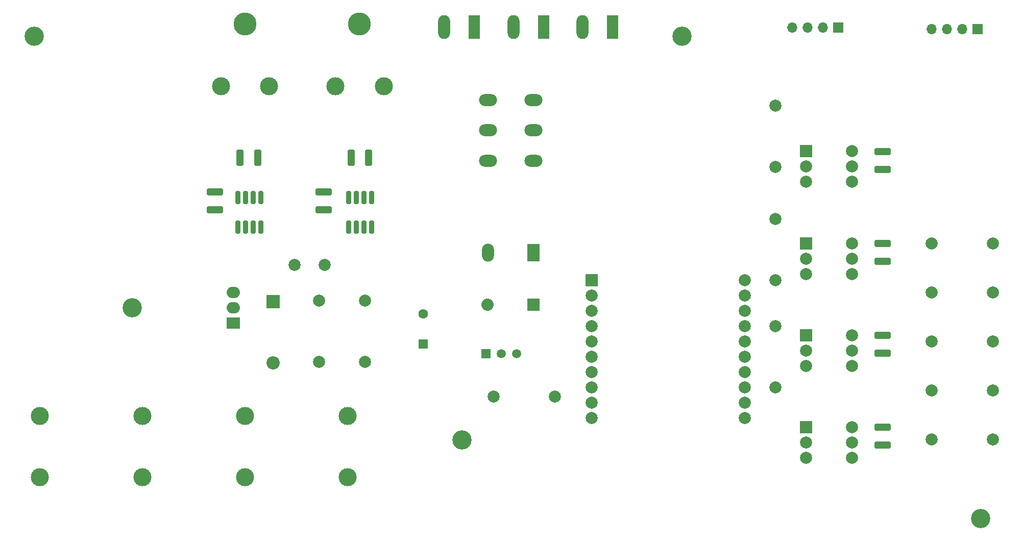
<source format=gbr>
%TF.GenerationSoftware,KiCad,Pcbnew,7.0.8*%
%TF.CreationDate,2025-06-27T13:17:33+01:00*%
%TF.ProjectId,PCB_Health,5043425f-4865-4616-9c74-682e6b696361,rev?*%
%TF.SameCoordinates,Original*%
%TF.FileFunction,Soldermask,Top*%
%TF.FilePolarity,Negative*%
%FSLAX46Y46*%
G04 Gerber Fmt 4.6, Leading zero omitted, Abs format (unit mm)*
G04 Created by KiCad (PCBNEW 7.0.8) date 2025-06-27 13:17:33*
%MOMM*%
%LPD*%
G01*
G04 APERTURE LIST*
G04 Aperture macros list*
%AMRoundRect*
0 Rectangle with rounded corners*
0 $1 Rounding radius*
0 $2 $3 $4 $5 $6 $7 $8 $9 X,Y pos of 4 corners*
0 Add a 4 corners polygon primitive as box body*
4,1,4,$2,$3,$4,$5,$6,$7,$8,$9,$2,$3,0*
0 Add four circle primitives for the rounded corners*
1,1,$1+$1,$2,$3*
1,1,$1+$1,$4,$5*
1,1,$1+$1,$6,$7*
1,1,$1+$1,$8,$9*
0 Add four rect primitives between the rounded corners*
20,1,$1+$1,$2,$3,$4,$5,0*
20,1,$1+$1,$4,$5,$6,$7,0*
20,1,$1+$1,$6,$7,$8,$9,0*
20,1,$1+$1,$8,$9,$2,$3,0*%
G04 Aperture macros list end*
%ADD10C,2.000000*%
%ADD11RoundRect,0.250000X1.100000X-0.325000X1.100000X0.325000X-1.100000X0.325000X-1.100000X-0.325000X0*%
%ADD12C,3.800000*%
%ADD13C,3.000000*%
%ADD14R,1.980000X3.960000*%
%ADD15O,1.980000X3.960000*%
%ADD16R,2.000000X2.000000*%
%ADD17RoundRect,0.250000X-1.100000X0.325000X-1.100000X-0.325000X1.100000X-0.325000X1.100000X0.325000X0*%
%ADD18R,2.032000X2.032000*%
%ADD19O,2.032000X2.032000*%
%ADD20C,3.200000*%
%ADD21R,1.600000X1.600000*%
%ADD22C,1.600000*%
%ADD23O,3.000000X2.000000*%
%ADD24R,2.000000X3.000000*%
%ADD25O,2.000000X3.000000*%
%ADD26R,1.700000X1.700000*%
%ADD27O,1.700000X1.700000*%
%ADD28R,2.200000X2.200000*%
%ADD29O,2.200000X2.200000*%
%ADD30RoundRect,0.175750X-0.221250X0.911250X-0.221250X-0.911250X0.221250X-0.911250X0.221250X0.911250X0*%
%ADD31RoundRect,0.250000X-0.325000X-1.100000X0.325000X-1.100000X0.325000X1.100000X-0.325000X1.100000X0*%
%ADD32R,2.200000X1.900000*%
%ADD33O,2.200000X1.900000*%
%ADD34R,1.500000X1.500000*%
%ADD35C,1.500000*%
G04 APERTURE END LIST*
D10*
%TO.C,R6*%
X213868000Y-102616000D03*
X224028000Y-102616000D03*
%TD*%
D11*
%TO.C,C5*%
X113030000Y-80772000D03*
X113030000Y-77822000D03*
%TD*%
D12*
%TO.C,TC2*%
X119000000Y-50000000D03*
D13*
X115000000Y-60300000D03*
X123000000Y-60300000D03*
%TD*%
D14*
%TO.C,J1*%
X138000000Y-50500000D03*
D15*
X133000000Y-50500000D03*
%TD*%
D10*
%TO.C,R4*%
X213868000Y-94488000D03*
X224028000Y-94488000D03*
%TD*%
%TO.C,R11*%
X119888000Y-106045000D03*
X119888000Y-95885000D03*
%TD*%
D16*
%TO.C,U1*%
X193040000Y-71064000D03*
D10*
X193040000Y-73604000D03*
X193040000Y-76144000D03*
X200660000Y-76144000D03*
X200660000Y-73604000D03*
X200660000Y-71064000D03*
%TD*%
D17*
%TO.C,C9*%
X205740000Y-116840000D03*
X205740000Y-119790000D03*
%TD*%
D18*
%TO.C,D1*%
X147828000Y-96520000D03*
D19*
X140208000Y-96520000D03*
%TD*%
D20*
%TO.C,H1*%
X136000000Y-119000000D03*
%TD*%
D21*
%TO.C,C10*%
X129540000Y-103044000D03*
D22*
X129540000Y-98044000D03*
%TD*%
D11*
%TO.C,C4*%
X94996000Y-80772000D03*
X94996000Y-77822000D03*
%TD*%
D10*
%TO.C,R3*%
X187960000Y-92456000D03*
X187960000Y-82296000D03*
%TD*%
D23*
%TO.C,K1*%
X147828000Y-67584000D03*
X147828000Y-72624000D03*
X147828000Y-62544000D03*
X140328000Y-67584000D03*
X140328000Y-72624000D03*
X140328000Y-62544000D03*
D24*
X147828000Y-87884000D03*
D25*
X140328000Y-87884000D03*
%TD*%
D10*
%TO.C,R9*%
X213868000Y-118872000D03*
X224028000Y-118872000D03*
%TD*%
D16*
%TO.C,U5*%
X193040000Y-101600000D03*
D10*
X193040000Y-104140000D03*
X193040000Y-106680000D03*
X200660000Y-106680000D03*
X200660000Y-104140000D03*
X200660000Y-101600000D03*
%TD*%
%TO.C,R2*%
X213868000Y-86360000D03*
X224028000Y-86360000D03*
%TD*%
D26*
%TO.C,J3*%
X198374000Y-50546000D03*
D27*
X195834000Y-50546000D03*
X193294000Y-50546000D03*
X190754000Y-50546000D03*
%TD*%
D10*
%TO.C,R1*%
X187960000Y-73660000D03*
X187960000Y-63500000D03*
%TD*%
D14*
%TO.C,J2*%
X161000000Y-50500000D03*
D15*
X156000000Y-50500000D03*
%TD*%
D14*
%TO.C,J5*%
X149500000Y-50500000D03*
D15*
X144500000Y-50500000D03*
%TD*%
D13*
%TO.C,F4*%
X66000000Y-115000000D03*
X66000000Y-125160000D03*
%TD*%
D28*
%TO.C,D2*%
X104648000Y-96012000D03*
D29*
X104648000Y-106172000D03*
%TD*%
D26*
%TO.C,J4*%
X221488000Y-50800000D03*
D27*
X218948000Y-50800000D03*
X216408000Y-50800000D03*
X213868000Y-50800000D03*
%TD*%
D10*
%TO.C,R5*%
X187960000Y-100076000D03*
X187960000Y-110236000D03*
%TD*%
D17*
%TO.C,C7*%
X205740000Y-101600000D03*
X205740000Y-104550000D03*
%TD*%
D30*
%TO.C,U2*%
X102616000Y-78740000D03*
X101346000Y-78740000D03*
X100076000Y-78740000D03*
X98806000Y-78740000D03*
X98806000Y-83690000D03*
X100076000Y-83690000D03*
X101346000Y-83690000D03*
X102616000Y-83690000D03*
%TD*%
D20*
%TO.C,H2*%
X222000000Y-132000000D03*
%TD*%
%TO.C,H1*%
X81280000Y-97028000D03*
%TD*%
D10*
%TO.C,R10*%
X112268000Y-106045000D03*
X112268000Y-95885000D03*
%TD*%
%TO.C,R7*%
X151384000Y-111760000D03*
X141224000Y-111760000D03*
%TD*%
D16*
%TO.C,U7*%
X193040000Y-116840000D03*
D10*
X193040000Y-119380000D03*
X193040000Y-121920000D03*
X200660000Y-121920000D03*
X200660000Y-119380000D03*
X200660000Y-116840000D03*
%TD*%
D31*
%TO.C,C1*%
X99158000Y-72136000D03*
X102108000Y-72136000D03*
%TD*%
D16*
%TO.C,A1*%
X157480000Y-92440000D03*
D10*
X157480000Y-94980000D03*
X157480000Y-97520000D03*
X157480000Y-100060000D03*
X157480000Y-102600000D03*
X157480000Y-105140000D03*
X157480000Y-107680000D03*
X157480000Y-110220000D03*
X157480000Y-112760000D03*
X157480000Y-115300000D03*
X182880000Y-115300000D03*
X182880000Y-112760000D03*
X182880000Y-110220000D03*
X182880000Y-107680000D03*
X182880000Y-105140000D03*
X182880000Y-102600000D03*
X182880000Y-100060000D03*
X182880000Y-97520000D03*
X182880000Y-94980000D03*
X182880000Y-92440000D03*
%TD*%
D13*
%TO.C,F2*%
X100000000Y-115000000D03*
X100000000Y-125160000D03*
%TD*%
D32*
%TO.C,U6*%
X98044000Y-99568000D03*
D33*
X98044000Y-97028000D03*
X98044000Y-94488000D03*
%TD*%
D30*
%TO.C,U3*%
X120967500Y-78740000D03*
X119697500Y-78740000D03*
X118427500Y-78740000D03*
X117157500Y-78740000D03*
X117157500Y-83690000D03*
X118427500Y-83690000D03*
X119697500Y-83690000D03*
X120967500Y-83690000D03*
%TD*%
D17*
%TO.C,C3*%
X205740000Y-71120000D03*
X205740000Y-74070000D03*
%TD*%
D16*
%TO.C,U4*%
X193040000Y-86360000D03*
D10*
X193040000Y-88900000D03*
X193040000Y-91440000D03*
X200660000Y-91440000D03*
X200660000Y-88900000D03*
X200660000Y-86360000D03*
%TD*%
%TO.C,R8*%
X213868000Y-110744000D03*
X224028000Y-110744000D03*
%TD*%
D12*
%TO.C,TC1*%
X100000000Y-50000000D03*
D13*
X96000000Y-60300000D03*
X104000000Y-60300000D03*
%TD*%
D31*
%TO.C,C2*%
X117572500Y-72136000D03*
X120522500Y-72136000D03*
%TD*%
D10*
%TO.C,C8*%
X108244000Y-89916000D03*
X113244000Y-89916000D03*
%TD*%
D20*
%TO.C,H4*%
X172500000Y-52000000D03*
%TD*%
D13*
%TO.C,F1*%
X83000000Y-115000000D03*
X83000000Y-125160000D03*
%TD*%
D34*
%TO.C,Q1*%
X139954000Y-104648000D03*
D35*
X142494000Y-104648000D03*
X145034000Y-104648000D03*
%TD*%
D13*
%TO.C,F3*%
X117000000Y-115000000D03*
X117000000Y-125160000D03*
%TD*%
D17*
%TO.C,C6*%
X205740000Y-86360000D03*
X205740000Y-89310000D03*
%TD*%
D20*
%TO.C,H3*%
X65000000Y-52000000D03*
%TD*%
M02*

</source>
